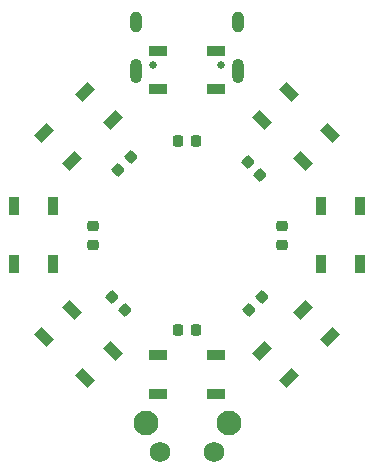
<source format=gbr>
%TF.GenerationSoftware,KiCad,Pcbnew,7.0.7*%
%TF.CreationDate,2023-10-08T00:42:53+08:00*%
%TF.ProjectId,RM_47mm,524d5f34-376d-46d2-9e6b-696361645f70,rev?*%
%TF.SameCoordinates,Original*%
%TF.FileFunction,Soldermask,Top*%
%TF.FilePolarity,Negative*%
%FSLAX46Y46*%
G04 Gerber Fmt 4.6, Leading zero omitted, Abs format (unit mm)*
G04 Created by KiCad (PCBNEW 7.0.7) date 2023-10-08 00:42:53*
%MOMM*%
%LPD*%
G01*
G04 APERTURE LIST*
G04 Aperture macros list*
%AMRoundRect*
0 Rectangle with rounded corners*
0 $1 Rounding radius*
0 $2 $3 $4 $5 $6 $7 $8 $9 X,Y pos of 4 corners*
0 Add a 4 corners polygon primitive as box body*
4,1,4,$2,$3,$4,$5,$6,$7,$8,$9,$2,$3,0*
0 Add four circle primitives for the rounded corners*
1,1,$1+$1,$2,$3*
1,1,$1+$1,$4,$5*
1,1,$1+$1,$6,$7*
1,1,$1+$1,$8,$9*
0 Add four rect primitives between the rounded corners*
20,1,$1+$1,$2,$3,$4,$5,0*
20,1,$1+$1,$4,$5,$6,$7,0*
20,1,$1+$1,$6,$7,$8,$9,0*
20,1,$1+$1,$8,$9,$2,$3,0*%
%AMRotRect*
0 Rectangle, with rotation*
0 The origin of the aperture is its center*
0 $1 length*
0 $2 width*
0 $3 Rotation angle, in degrees counterclockwise*
0 Add horizontal line*
21,1,$1,$2,0,0,$3*%
G04 Aperture macros list end*
%ADD10C,0.650000*%
%ADD11O,1.000000X1.800000*%
%ADD12O,1.000000X2.100000*%
%ADD13R,0.900000X1.500000*%
%ADD14RotRect,1.500000X0.900000X45.000000*%
%ADD15RoundRect,0.225000X0.225000X0.250000X-0.225000X0.250000X-0.225000X-0.250000X0.225000X-0.250000X0*%
%ADD16RotRect,1.500000X0.900000X135.000000*%
%ADD17RoundRect,0.225000X-0.017678X0.335876X-0.335876X0.017678X0.017678X-0.335876X0.335876X-0.017678X0*%
%ADD18RotRect,1.500000X0.900000X225.000000*%
%ADD19RoundRect,0.225000X0.250000X-0.225000X0.250000X0.225000X-0.250000X0.225000X-0.250000X-0.225000X0*%
%ADD20RoundRect,0.225000X0.017678X-0.335876X0.335876X-0.017678X-0.017678X0.335876X-0.335876X0.017678X0*%
%ADD21RoundRect,0.225000X-0.225000X-0.250000X0.225000X-0.250000X0.225000X0.250000X-0.225000X0.250000X0*%
%ADD22RoundRect,0.225000X-0.335876X-0.017678X-0.017678X-0.335876X0.335876X0.017678X0.017678X0.335876X0*%
%ADD23RotRect,1.500000X0.900000X315.000000*%
%ADD24R,1.500000X0.900000*%
%ADD25C,2.100000*%
%ADD26C,1.750000*%
G04 APERTURE END LIST*
D10*
%TO.C,J1*%
X147110000Y-85605000D03*
X152890000Y-85605000D03*
D11*
X145680000Y-81925000D03*
D12*
X145680000Y-86125000D03*
X154320000Y-86125000D03*
D11*
X154320000Y-81925000D03*
%TD*%
D13*
%TO.C,D3*%
X161350000Y-102450000D03*
X164650000Y-102450000D03*
X164650000Y-97550000D03*
X161350000Y-97550000D03*
%TD*%
D14*
%TO.C,D4*%
X156300862Y-109765685D03*
X158634315Y-112099138D03*
X162099138Y-108634315D03*
X159765685Y-106300862D03*
%TD*%
D15*
%TO.C,C5*%
X150775000Y-108000000D03*
X149225000Y-108000000D03*
%TD*%
D16*
%TO.C,D2*%
X159765685Y-93699138D03*
X162099138Y-91365685D03*
X158634315Y-87900862D03*
X156300862Y-90234315D03*
%TD*%
D17*
%TO.C,C4*%
X156348008Y-105251992D03*
X155251992Y-106348008D03*
%TD*%
D18*
%TO.C,D8*%
X140234315Y-93699138D03*
X137900862Y-91365685D03*
X141365685Y-87900862D03*
X143699138Y-90234315D03*
%TD*%
D19*
%TO.C,C3*%
X158000000Y-100775000D03*
X158000000Y-99225000D03*
%TD*%
D20*
%TO.C,C8*%
X145248008Y-93401992D03*
X144151992Y-94498008D03*
%TD*%
D21*
%TO.C,C1*%
X149225000Y-92000000D03*
X150775000Y-92000000D03*
%TD*%
D22*
%TO.C,C6*%
X143651992Y-105251992D03*
X144748008Y-106348008D03*
%TD*%
%TO.C,C2*%
X155101992Y-93801992D03*
X156198008Y-94898008D03*
%TD*%
D23*
%TO.C,D6*%
X140234315Y-106300862D03*
X137900862Y-108634315D03*
X141365685Y-112099138D03*
X143699138Y-109765685D03*
%TD*%
D24*
%TO.C,D1*%
X147550000Y-87650000D03*
X147550000Y-84350000D03*
X152450000Y-84350000D03*
X152450000Y-87650000D03*
%TD*%
%TO.C,D5*%
X147550000Y-110150000D03*
X147550000Y-113450000D03*
X152450000Y-113450000D03*
X152450000Y-110150000D03*
%TD*%
D13*
%TO.C,D7*%
X138650000Y-97550000D03*
X135350000Y-97550000D03*
X135350000Y-102450000D03*
X138650000Y-102450000D03*
%TD*%
D19*
%TO.C,C7*%
X142000000Y-100775000D03*
X142000000Y-99225000D03*
%TD*%
D25*
%TO.C,SW3*%
X146482909Y-115884152D03*
X153492909Y-115884152D03*
D26*
X147732909Y-118374152D03*
X152232909Y-118374152D03*
%TD*%
M02*

</source>
